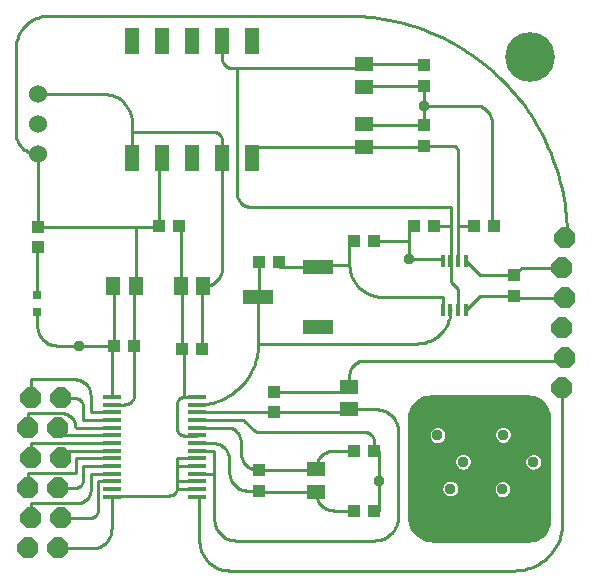
<source format=gtl>
G75*
%MOIN*%
%OFA0B0*%
%FSLAX24Y24*%
%IPPOS*%
%LPD*%
%AMOC8*
5,1,8,0,0,1.08239X$1,22.5*
%
%ADD10R,0.0591X0.0157*%
%ADD11R,0.0177X0.0394*%
%ADD12R,0.0394X0.0433*%
%ADD13R,0.0433X0.0394*%
%ADD14R,0.0591X0.0512*%
%ADD15R,0.0512X0.0591*%
%ADD16R,0.0472X0.0866*%
%ADD17OC8,0.0700*%
%ADD18C,0.0600*%
%ADD19R,0.0315X0.0315*%
%ADD20R,0.1000X0.0500*%
%ADD21C,0.0100*%
%ADD22C,0.0376*%
%ADD23C,0.0160*%
%ADD24C,0.1660*%
D10*
X004210Y003142D03*
X004210Y003398D03*
X004210Y003653D03*
X004210Y003909D03*
X004210Y004165D03*
X004210Y004421D03*
X004210Y004677D03*
X004210Y004933D03*
X004210Y005189D03*
X004210Y005445D03*
X004210Y005701D03*
X004210Y005957D03*
X004210Y006212D03*
X004210Y006468D03*
X007064Y006468D03*
X007064Y006212D03*
X007064Y005957D03*
X007064Y005701D03*
X007064Y005445D03*
X007064Y005189D03*
X007064Y004933D03*
X007064Y004677D03*
X007064Y004421D03*
X007064Y004165D03*
X007064Y003909D03*
X007064Y003653D03*
X007064Y003398D03*
X007064Y003142D03*
D11*
X015253Y009373D03*
X015509Y009373D03*
X015765Y009373D03*
X016021Y009373D03*
X016021Y010987D03*
X015765Y010987D03*
X015509Y010987D03*
X015253Y010987D03*
D12*
X012971Y011680D03*
X012302Y011680D03*
X009795Y010975D03*
X009126Y010975D03*
X006471Y012180D03*
X005802Y012180D03*
X009637Y006640D03*
X009637Y005970D03*
X009137Y004015D03*
X009137Y003345D03*
D13*
X012302Y002680D03*
X012971Y002680D03*
X012971Y004680D03*
X012302Y004680D03*
X007221Y008055D03*
X006552Y008055D03*
X004971Y008180D03*
X004302Y008180D03*
X001762Y011470D03*
X001762Y012140D03*
X014302Y012180D03*
X014971Y012180D03*
X016302Y012180D03*
X016971Y012180D03*
X017637Y010515D03*
X017637Y009845D03*
X014637Y014845D03*
X014637Y015515D03*
X014637Y016845D03*
X014637Y017515D03*
D14*
X012637Y017554D03*
X012637Y016806D03*
X012637Y015554D03*
X012637Y014806D03*
X012137Y006804D03*
X012137Y006056D03*
X011012Y004054D03*
X011012Y003306D03*
D15*
X007261Y010180D03*
X006513Y010180D03*
X005011Y010180D03*
X004263Y010180D03*
D16*
X004887Y014434D03*
X005887Y014434D03*
X006887Y014434D03*
X007887Y014434D03*
X008887Y014434D03*
X008887Y018326D03*
X007887Y018326D03*
X006887Y018326D03*
X005887Y018326D03*
X004887Y018326D03*
D17*
X001437Y001430D03*
X002437Y001430D03*
X002537Y002430D03*
X001537Y002430D03*
X001437Y003430D03*
X002437Y003430D03*
X002537Y004430D03*
X001537Y004430D03*
X001437Y005430D03*
X002437Y005430D03*
X002537Y006430D03*
X001537Y006430D03*
X019237Y006780D03*
X019337Y007780D03*
X019237Y008780D03*
X019337Y009780D03*
X019237Y010780D03*
X019337Y011780D03*
D18*
X001747Y014565D03*
X001747Y015565D03*
X001747Y016565D03*
D19*
X001737Y009875D03*
X001737Y009285D03*
D20*
X009100Y009797D03*
X011100Y008797D03*
X011100Y010797D03*
D21*
X009797Y010797D01*
X009810Y010812D01*
X009820Y010829D01*
X009827Y010847D01*
X009832Y010867D01*
X009833Y010886D01*
X009831Y010906D01*
X009826Y010925D01*
X009819Y010943D01*
X009808Y010960D01*
X009795Y010975D01*
X009126Y010975D02*
X009126Y010003D01*
X009125Y009995D01*
X009121Y009988D01*
X009115Y009982D01*
X009108Y009978D01*
X009100Y009977D01*
X009100Y009797D01*
X009100Y008248D01*
X014384Y008248D01*
X014449Y008250D01*
X014515Y008256D01*
X014579Y008265D01*
X014643Y008278D01*
X014707Y008295D01*
X014769Y008316D01*
X014830Y008340D01*
X014889Y008368D01*
X014947Y008399D01*
X015002Y008433D01*
X015056Y008471D01*
X015107Y008511D01*
X015156Y008555D01*
X015202Y008601D01*
X015246Y008650D01*
X015286Y008701D01*
X015324Y008755D01*
X015358Y008811D01*
X015389Y008868D01*
X015417Y008927D01*
X015441Y008988D01*
X015462Y009050D01*
X015479Y009114D01*
X015492Y009178D01*
X015501Y009242D01*
X015507Y009308D01*
X015509Y009373D01*
X015512Y009373D01*
X015765Y009373D02*
X015765Y010052D01*
X015512Y010305D01*
X015512Y010984D01*
X015509Y010987D01*
X015512Y010987D01*
X015512Y012180D01*
X014971Y012180D01*
X015512Y012180D02*
X015512Y012805D01*
X008837Y012805D01*
X008795Y012807D01*
X008754Y012813D01*
X008714Y012822D01*
X008674Y012835D01*
X008636Y012852D01*
X008600Y012873D01*
X008565Y012896D01*
X008533Y012923D01*
X008504Y012952D01*
X008477Y012984D01*
X008454Y013019D01*
X008433Y013055D01*
X008416Y013093D01*
X008403Y013133D01*
X008394Y013173D01*
X008388Y013214D01*
X008386Y013256D01*
X008387Y013256D02*
X008387Y017430D01*
X012637Y017430D01*
X012637Y017554D01*
X014637Y017554D01*
X014637Y017515D01*
X014637Y016845D02*
X014637Y016180D01*
X016328Y016180D01*
X016374Y016178D01*
X016420Y016172D01*
X016465Y016163D01*
X016510Y016150D01*
X016553Y016133D01*
X016594Y016113D01*
X016634Y016089D01*
X016671Y016062D01*
X016707Y016032D01*
X016739Y016000D01*
X016769Y015964D01*
X016796Y015927D01*
X016820Y015887D01*
X016840Y015846D01*
X016857Y015803D01*
X016870Y015758D01*
X016879Y015713D01*
X016885Y015667D01*
X016887Y015621D01*
X016887Y012180D01*
X016971Y012180D01*
X016302Y012180D02*
X015765Y012180D01*
X015765Y010987D01*
X016021Y010987D02*
X016493Y010515D01*
X017637Y010515D01*
X017902Y010780D01*
X019237Y010780D01*
X019337Y009780D02*
X017702Y009780D01*
X017637Y009845D01*
X016493Y009845D01*
X016021Y009373D01*
X015253Y009373D02*
X015253Y009805D01*
X013213Y009805D01*
X013150Y009807D01*
X013088Y009812D01*
X013026Y009821D01*
X012965Y009834D01*
X012904Y009850D01*
X012845Y009870D01*
X012787Y009893D01*
X012730Y009919D01*
X012675Y009949D01*
X012622Y009982D01*
X012570Y010018D01*
X012521Y010057D01*
X012475Y010098D01*
X012430Y010143D01*
X012389Y010189D01*
X012350Y010238D01*
X012314Y010290D01*
X012281Y010343D01*
X012251Y010398D01*
X012225Y010455D01*
X012202Y010513D01*
X012182Y010572D01*
X012166Y010633D01*
X012153Y010694D01*
X012144Y010756D01*
X012139Y010818D01*
X012137Y010881D01*
X011184Y010881D01*
X011168Y010879D01*
X011152Y010875D01*
X011137Y010867D01*
X011125Y010856D01*
X011114Y010844D01*
X011106Y010829D01*
X011102Y010813D01*
X011100Y010797D01*
X012137Y010881D02*
X012137Y011680D01*
X012302Y011680D01*
X019387Y011830D02*
X019385Y012008D01*
X019378Y012185D01*
X019368Y012362D01*
X019353Y012539D01*
X019333Y012716D01*
X019310Y012892D01*
X019282Y013067D01*
X019250Y013242D01*
X019214Y013416D01*
X019173Y013589D01*
X019129Y013761D01*
X019080Y013932D01*
X019027Y014101D01*
X018970Y014270D01*
X018909Y014436D01*
X018844Y014602D01*
X018775Y014765D01*
X018703Y014927D01*
X018626Y015087D01*
X018545Y015246D01*
X018461Y015402D01*
X018372Y015556D01*
X018281Y015708D01*
X018185Y015858D01*
X018086Y016005D01*
X017983Y016150D01*
X017877Y016293D01*
X017768Y016432D01*
X017655Y016570D01*
X017539Y016704D01*
X017419Y016835D01*
X017297Y016964D01*
X017171Y017090D01*
X017042Y017212D01*
X016911Y017332D01*
X016777Y017448D01*
X016639Y017561D01*
X016500Y017670D01*
X016357Y017776D01*
X016212Y017879D01*
X016065Y017978D01*
X015915Y018074D01*
X015763Y018165D01*
X015609Y018254D01*
X015453Y018338D01*
X015294Y018419D01*
X015134Y018496D01*
X014972Y018568D01*
X014809Y018637D01*
X014643Y018702D01*
X014477Y018763D01*
X014308Y018820D01*
X014139Y018873D01*
X013968Y018922D01*
X013796Y018966D01*
X013623Y019007D01*
X013449Y019043D01*
X013274Y019075D01*
X013099Y019103D01*
X012923Y019126D01*
X012746Y019146D01*
X012569Y019161D01*
X012392Y019171D01*
X012215Y019178D01*
X012037Y019180D01*
X002137Y019180D01*
X002072Y019178D01*
X002006Y019172D01*
X001942Y019163D01*
X001878Y019150D01*
X001814Y019133D01*
X001752Y019112D01*
X001691Y019088D01*
X001632Y019060D01*
X001575Y019029D01*
X001519Y018995D01*
X001465Y018957D01*
X001414Y018917D01*
X001365Y018873D01*
X001319Y018827D01*
X001275Y018778D01*
X001235Y018727D01*
X001197Y018673D01*
X001163Y018618D01*
X001132Y018560D01*
X001104Y018501D01*
X001080Y018440D01*
X001059Y018378D01*
X001042Y018314D01*
X001029Y018250D01*
X001020Y018186D01*
X001014Y018120D01*
X001012Y018055D01*
X001012Y016362D01*
X001012Y016155D01*
X001012Y015300D01*
X001014Y015248D01*
X001019Y015195D01*
X001029Y015144D01*
X001042Y015093D01*
X001058Y015043D01*
X001078Y014995D01*
X001102Y014948D01*
X001129Y014903D01*
X001159Y014860D01*
X001192Y014819D01*
X001227Y014780D01*
X001266Y014745D01*
X001307Y014712D01*
X001350Y014682D01*
X001395Y014655D01*
X001442Y014631D01*
X001490Y014611D01*
X001540Y014595D01*
X001591Y014582D01*
X001642Y014572D01*
X001695Y014567D01*
X001747Y014565D01*
X001747Y012155D01*
X001748Y012149D01*
X001751Y012144D01*
X001756Y012141D01*
X001762Y012140D01*
X005011Y012140D01*
X005011Y010180D01*
X004971Y010180D01*
X004971Y008180D01*
X004971Y006549D01*
X004969Y006514D01*
X004964Y006479D01*
X004955Y006445D01*
X004942Y006412D01*
X004926Y006381D01*
X004907Y006352D01*
X004885Y006324D01*
X004860Y006299D01*
X004832Y006277D01*
X004803Y006258D01*
X004772Y006242D01*
X004739Y006229D01*
X004705Y006220D01*
X004670Y006215D01*
X004635Y006213D01*
X004635Y006212D02*
X004210Y006212D01*
X004210Y006468D02*
X004210Y008180D01*
X004302Y008180D01*
X004302Y010180D01*
X004263Y010180D01*
X002377Y008180D02*
X002329Y008182D01*
X002282Y008187D01*
X002235Y008196D01*
X002188Y008208D01*
X002143Y008224D01*
X002099Y008243D01*
X002057Y008266D01*
X002016Y008291D01*
X001978Y008320D01*
X001942Y008351D01*
X001908Y008385D01*
X001877Y008421D01*
X001848Y008459D01*
X001823Y008500D01*
X001800Y008542D01*
X001781Y008586D01*
X001765Y008631D01*
X001753Y008678D01*
X001744Y008725D01*
X001739Y008772D01*
X001737Y008820D01*
X001737Y009285D01*
X001737Y009875D02*
X001737Y011470D01*
X001762Y011470D01*
X004887Y014434D02*
X004887Y015305D01*
X004887Y015632D01*
X004887Y015305D02*
X007607Y015305D01*
X007638Y015303D01*
X007669Y015298D01*
X007699Y015289D01*
X007728Y015277D01*
X007756Y015262D01*
X007782Y015244D01*
X007805Y015223D01*
X007826Y015200D01*
X007844Y015174D01*
X007859Y015146D01*
X007871Y015117D01*
X007880Y015087D01*
X007885Y015056D01*
X007887Y015025D01*
X007887Y014434D01*
X007887Y010739D01*
X007885Y010693D01*
X007879Y010647D01*
X007870Y010602D01*
X007857Y010557D01*
X007840Y010514D01*
X007820Y010473D01*
X007796Y010433D01*
X007769Y010396D01*
X007739Y010360D01*
X007707Y010328D01*
X007671Y010298D01*
X007634Y010271D01*
X007594Y010247D01*
X007553Y010227D01*
X007510Y010210D01*
X007465Y010197D01*
X007420Y010188D01*
X007374Y010182D01*
X007328Y010180D01*
X007261Y010180D01*
X007221Y010180D01*
X007221Y008055D01*
X007064Y006212D02*
X007153Y006214D01*
X007241Y006220D01*
X007330Y006229D01*
X007418Y006243D01*
X007505Y006260D01*
X007591Y006281D01*
X007676Y006306D01*
X007760Y006335D01*
X007843Y006367D01*
X007924Y006403D01*
X008004Y006442D01*
X008082Y006485D01*
X008158Y006531D01*
X008232Y006580D01*
X008303Y006633D01*
X008373Y006688D01*
X008440Y006747D01*
X008504Y006808D01*
X008565Y006872D01*
X008624Y006939D01*
X008679Y007009D01*
X008732Y007080D01*
X008781Y007154D01*
X008827Y007230D01*
X008870Y007308D01*
X008909Y007388D01*
X008945Y007469D01*
X008977Y007552D01*
X009006Y007636D01*
X009031Y007721D01*
X009052Y007807D01*
X009069Y007894D01*
X009083Y007982D01*
X009092Y008071D01*
X009098Y008159D01*
X009100Y008248D01*
X009637Y006640D02*
X012137Y006640D01*
X012137Y006804D01*
X012137Y007180D01*
X012139Y007224D01*
X012145Y007267D01*
X012154Y007309D01*
X012167Y007351D01*
X012184Y007391D01*
X012204Y007430D01*
X012227Y007467D01*
X012254Y007501D01*
X012283Y007534D01*
X012316Y007563D01*
X012350Y007590D01*
X012387Y007613D01*
X012426Y007633D01*
X012466Y007650D01*
X012508Y007663D01*
X012550Y007672D01*
X012593Y007678D01*
X012637Y007680D01*
X019337Y007680D01*
X019337Y007780D01*
X019237Y006780D02*
X019237Y002280D01*
X019235Y002201D01*
X019229Y002123D01*
X019220Y002045D01*
X019206Y001968D01*
X019189Y001891D01*
X019168Y001816D01*
X019143Y001741D01*
X019115Y001668D01*
X019083Y001596D01*
X019048Y001526D01*
X019009Y001457D01*
X018967Y001391D01*
X018922Y001327D01*
X018874Y001265D01*
X018823Y001206D01*
X018768Y001149D01*
X018711Y001094D01*
X018652Y001043D01*
X018590Y000995D01*
X018526Y000950D01*
X018460Y000908D01*
X018391Y000869D01*
X018321Y000834D01*
X018249Y000802D01*
X018176Y000774D01*
X018101Y000749D01*
X018026Y000728D01*
X017949Y000711D01*
X017872Y000697D01*
X017794Y000688D01*
X017716Y000682D01*
X017637Y000680D01*
X008137Y000680D01*
X008077Y000682D01*
X008016Y000687D01*
X007957Y000696D01*
X007898Y000709D01*
X007839Y000725D01*
X007782Y000745D01*
X007727Y000768D01*
X007672Y000795D01*
X007620Y000824D01*
X007569Y000857D01*
X007520Y000893D01*
X007474Y000931D01*
X007430Y000973D01*
X007388Y001017D01*
X007350Y001063D01*
X007314Y001112D01*
X007281Y001163D01*
X007252Y001215D01*
X007225Y001270D01*
X007202Y001325D01*
X007182Y001382D01*
X007166Y001441D01*
X007153Y001500D01*
X007144Y001559D01*
X007139Y001620D01*
X007137Y001680D01*
X007137Y003069D01*
X007137Y003142D02*
X007064Y003142D01*
X007080Y003140D01*
X007096Y003135D01*
X007110Y003126D01*
X007121Y003115D01*
X007130Y003101D01*
X007135Y003085D01*
X007137Y003069D01*
X007064Y003398D02*
X006387Y003398D01*
X006387Y003653D01*
X006387Y004180D01*
X007064Y004180D01*
X007064Y004165D01*
X007064Y003909D02*
X007637Y003909D01*
X007637Y004674D01*
X007637Y004676D01*
X007636Y004677D01*
X007634Y004677D01*
X007064Y004677D01*
X007064Y004430D02*
X007064Y004421D01*
X006387Y004421D01*
X006387Y003430D01*
X006387Y003653D02*
X007064Y003653D01*
X007637Y003909D02*
X007637Y002387D01*
X007639Y002337D01*
X007644Y002286D01*
X007653Y002237D01*
X007666Y002188D01*
X007682Y002140D01*
X007701Y002093D01*
X007723Y002048D01*
X007749Y002005D01*
X007778Y001963D01*
X007810Y001924D01*
X007844Y001887D01*
X007881Y001853D01*
X007920Y001821D01*
X007962Y001792D01*
X008005Y001766D01*
X008050Y001744D01*
X008097Y001725D01*
X008145Y001709D01*
X008194Y001696D01*
X008243Y001687D01*
X008294Y001682D01*
X008344Y001680D01*
X012961Y001680D01*
X013016Y001682D01*
X013070Y001687D01*
X013124Y001697D01*
X013177Y001710D01*
X013229Y001726D01*
X013280Y001746D01*
X013329Y001770D01*
X013377Y001796D01*
X013422Y001826D01*
X013466Y001859D01*
X013507Y001895D01*
X013546Y001934D01*
X013582Y001975D01*
X013615Y002019D01*
X013645Y002064D01*
X013671Y002112D01*
X013695Y002161D01*
X013715Y002212D01*
X013731Y002264D01*
X013744Y002317D01*
X013754Y002371D01*
X013759Y002425D01*
X013761Y002480D01*
X013762Y002480D02*
X013762Y005326D01*
X013137Y004680D02*
X013137Y003680D01*
X013137Y002680D01*
X012302Y002680D02*
X011638Y002680D01*
X011589Y002682D01*
X011540Y002688D01*
X011492Y002697D01*
X011445Y002711D01*
X011398Y002728D01*
X011354Y002748D01*
X011311Y002772D01*
X011270Y002800D01*
X011231Y002830D01*
X011195Y002863D01*
X011162Y002899D01*
X011132Y002938D01*
X011104Y002979D01*
X011080Y003022D01*
X011060Y003066D01*
X011043Y003113D01*
X011029Y003160D01*
X011020Y003208D01*
X011014Y003257D01*
X011012Y003306D01*
X009137Y003306D01*
X009137Y003345D01*
X008738Y003345D01*
X008691Y003347D01*
X008644Y003352D01*
X008597Y003362D01*
X008552Y003374D01*
X008508Y003391D01*
X008465Y003411D01*
X008423Y003434D01*
X008384Y003460D01*
X008347Y003489D01*
X008312Y003521D01*
X008280Y003556D01*
X008251Y003593D01*
X008225Y003632D01*
X008202Y003674D01*
X008182Y003717D01*
X008165Y003761D01*
X008153Y003806D01*
X008143Y003853D01*
X008138Y003900D01*
X008136Y003947D01*
X008137Y003947D02*
X008137Y004371D01*
X008512Y004640D02*
X008512Y004986D01*
X008510Y005026D01*
X008505Y005066D01*
X008496Y005105D01*
X008484Y005143D01*
X008469Y005180D01*
X008451Y005216D01*
X008429Y005249D01*
X008405Y005281D01*
X008378Y005311D01*
X008348Y005338D01*
X008316Y005362D01*
X008283Y005384D01*
X008247Y005402D01*
X008210Y005417D01*
X008172Y005429D01*
X008133Y005438D01*
X008093Y005443D01*
X008053Y005445D01*
X007064Y005445D01*
X007064Y005701D02*
X008615Y005701D01*
X008615Y005700D02*
X008623Y005698D01*
X008630Y005694D01*
X008634Y005687D01*
X008636Y005680D01*
X008637Y005680D02*
X008977Y005339D01*
X008987Y005332D01*
X008999Y005327D01*
X009012Y005325D01*
X009014Y005317D01*
X009018Y005311D01*
X009024Y005307D01*
X009032Y005305D01*
X012614Y005305D01*
X012651Y005303D01*
X012688Y005297D01*
X012724Y005288D01*
X012759Y005274D01*
X012793Y005257D01*
X012824Y005237D01*
X012853Y005213D01*
X012879Y005187D01*
X012903Y005158D01*
X012923Y005127D01*
X012940Y005093D01*
X012954Y005058D01*
X012963Y005022D01*
X012969Y004985D01*
X012971Y004948D01*
X012971Y004680D01*
X013137Y004680D01*
X013762Y005326D02*
X013760Y005378D01*
X013755Y005430D01*
X013745Y005481D01*
X013732Y005531D01*
X013716Y005581D01*
X013696Y005629D01*
X013673Y005675D01*
X013646Y005720D01*
X013617Y005763D01*
X013584Y005803D01*
X013548Y005841D01*
X013510Y005877D01*
X013470Y005910D01*
X013427Y005939D01*
X013382Y005966D01*
X013336Y005989D01*
X013288Y006009D01*
X013238Y006025D01*
X013188Y006038D01*
X013137Y006048D01*
X013085Y006053D01*
X013033Y006055D01*
X012137Y006055D01*
X012137Y006056D01*
X012137Y005970D01*
X009637Y005970D01*
X009637Y005957D01*
X007064Y005957D01*
X006637Y006468D02*
X006607Y006466D01*
X006577Y006461D01*
X006548Y006452D01*
X006521Y006439D01*
X006495Y006424D01*
X006471Y006405D01*
X006450Y006384D01*
X006431Y006360D01*
X006416Y006334D01*
X006403Y006307D01*
X006394Y006278D01*
X006389Y006248D01*
X006387Y006218D01*
X006387Y005430D01*
X006389Y005400D01*
X006394Y005370D01*
X006403Y005341D01*
X006416Y005314D01*
X006431Y005288D01*
X006450Y005264D01*
X006471Y005243D01*
X006495Y005224D01*
X006521Y005209D01*
X006548Y005196D01*
X006577Y005187D01*
X006607Y005182D01*
X006637Y005180D01*
X007064Y005180D01*
X007064Y005189D01*
X007064Y004933D02*
X007064Y004930D01*
X007578Y004930D01*
X007624Y004928D01*
X007670Y004922D01*
X007715Y004913D01*
X007760Y004900D01*
X007803Y004883D01*
X007844Y004863D01*
X007884Y004839D01*
X007921Y004812D01*
X007957Y004782D01*
X007989Y004750D01*
X008019Y004714D01*
X008046Y004677D01*
X008070Y004637D01*
X008090Y004596D01*
X008107Y004553D01*
X008120Y004508D01*
X008129Y004463D01*
X008135Y004417D01*
X008137Y004371D01*
X008512Y004640D02*
X008514Y004591D01*
X008520Y004542D01*
X008529Y004494D01*
X008543Y004447D01*
X008560Y004401D01*
X008580Y004356D01*
X008604Y004313D01*
X008631Y004273D01*
X008662Y004234D01*
X008695Y004198D01*
X008731Y004165D01*
X008770Y004134D01*
X008810Y004107D01*
X008853Y004083D01*
X008898Y004063D01*
X008944Y004046D01*
X008991Y004032D01*
X009039Y004023D01*
X009088Y004017D01*
X009137Y004015D01*
X011137Y004015D01*
X011012Y004054D01*
X011014Y004103D01*
X011020Y004152D01*
X011029Y004200D01*
X011043Y004247D01*
X011060Y004294D01*
X011080Y004338D01*
X011104Y004381D01*
X011132Y004422D01*
X011162Y004461D01*
X011195Y004497D01*
X011231Y004530D01*
X011270Y004560D01*
X011311Y004588D01*
X011354Y004612D01*
X011398Y004632D01*
X011445Y004649D01*
X011492Y004663D01*
X011540Y004672D01*
X011589Y004678D01*
X011638Y004680D01*
X012302Y004680D01*
X007064Y004430D02*
X006387Y004430D01*
X006387Y004180D01*
X006387Y003430D02*
X006385Y003400D01*
X006380Y003370D01*
X006371Y003341D01*
X006358Y003314D01*
X006343Y003288D01*
X006324Y003264D01*
X006303Y003243D01*
X006279Y003224D01*
X006253Y003209D01*
X006226Y003196D01*
X006197Y003187D01*
X006167Y003182D01*
X006137Y003180D01*
X004210Y003180D01*
X004210Y003142D01*
X004210Y002055D01*
X004209Y002055D02*
X004207Y002006D01*
X004201Y001957D01*
X004192Y001909D01*
X004178Y001862D01*
X004161Y001816D01*
X004141Y001771D01*
X004117Y001728D01*
X004090Y001688D01*
X004059Y001649D01*
X004026Y001613D01*
X003990Y001580D01*
X003951Y001549D01*
X003911Y001522D01*
X003868Y001498D01*
X003823Y001478D01*
X003777Y001461D01*
X003730Y001447D01*
X003682Y001438D01*
X003633Y001432D01*
X003584Y001430D01*
X002437Y001430D01*
X002537Y002430D02*
X003482Y002430D01*
X003513Y002432D01*
X003544Y002437D01*
X003574Y002446D01*
X003603Y002458D01*
X003631Y002473D01*
X003657Y002491D01*
X003680Y002512D01*
X003701Y002535D01*
X003719Y002561D01*
X003734Y002589D01*
X003746Y002618D01*
X003755Y002648D01*
X003760Y002679D01*
X003762Y002710D01*
X003762Y003653D01*
X004210Y003653D01*
X004210Y003909D02*
X003512Y003909D01*
X003512Y003381D01*
X003262Y003710D02*
X003262Y004165D01*
X004210Y004165D01*
X004210Y004421D02*
X003012Y004421D01*
X003012Y003930D01*
X001437Y003930D01*
X001437Y003430D01*
X001537Y002930D02*
X001537Y002430D01*
X001537Y002930D02*
X003061Y002930D01*
X003103Y002932D01*
X003144Y002938D01*
X003184Y002947D01*
X003224Y002960D01*
X003262Y002977D01*
X003298Y002998D01*
X003333Y003021D01*
X003365Y003048D01*
X003394Y003077D01*
X003421Y003109D01*
X003444Y003144D01*
X003465Y003180D01*
X003482Y003218D01*
X003495Y003258D01*
X003504Y003298D01*
X003510Y003339D01*
X003512Y003381D01*
X002982Y003430D02*
X002437Y003430D01*
X002982Y003430D02*
X003013Y003432D01*
X003044Y003437D01*
X003074Y003446D01*
X003103Y003458D01*
X003131Y003473D01*
X003157Y003491D01*
X003180Y003512D01*
X003201Y003535D01*
X003219Y003561D01*
X003234Y003589D01*
X003246Y003618D01*
X003255Y003648D01*
X003260Y003679D01*
X003262Y003710D01*
X002537Y004430D02*
X002537Y004677D01*
X004210Y004677D01*
X004210Y004933D02*
X001537Y004933D01*
X001537Y004430D01*
X002437Y005189D02*
X002437Y005430D01*
X002526Y005930D02*
X002568Y005928D01*
X002610Y005923D01*
X002652Y005913D01*
X002692Y005901D01*
X002731Y005885D01*
X002769Y005865D01*
X002804Y005842D01*
X002838Y005817D01*
X002869Y005788D01*
X002898Y005757D01*
X002923Y005723D01*
X002946Y005688D01*
X002966Y005650D01*
X002982Y005611D01*
X002994Y005571D01*
X003004Y005529D01*
X003009Y005487D01*
X003011Y005445D01*
X003012Y005445D02*
X004210Y005445D01*
X004210Y005701D02*
X003262Y005701D01*
X003262Y006150D01*
X003260Y006181D01*
X003255Y006212D01*
X003246Y006242D01*
X003234Y006271D01*
X003219Y006299D01*
X003201Y006325D01*
X003180Y006348D01*
X003157Y006369D01*
X003131Y006387D01*
X003103Y006402D01*
X003074Y006414D01*
X003044Y006423D01*
X003013Y006428D01*
X002982Y006430D01*
X002537Y006430D01*
X002981Y007055D02*
X003025Y007053D01*
X003068Y007048D01*
X003111Y007039D01*
X003153Y007026D01*
X003194Y007010D01*
X003233Y006991D01*
X003271Y006969D01*
X003307Y006943D01*
X003340Y006915D01*
X003371Y006884D01*
X003399Y006851D01*
X003425Y006815D01*
X003447Y006777D01*
X003466Y006738D01*
X003482Y006697D01*
X003495Y006655D01*
X003504Y006612D01*
X003509Y006569D01*
X003511Y006525D01*
X003512Y006525D02*
X003512Y005957D01*
X004210Y005957D01*
X004210Y006468D02*
X004263Y006468D01*
X004210Y005189D02*
X002437Y005189D01*
X002526Y005930D02*
X001437Y005930D01*
X001437Y005430D01*
X001537Y006430D02*
X001537Y007055D01*
X002981Y007055D01*
X003137Y008180D02*
X002377Y008180D01*
X003137Y008180D02*
X004302Y008180D01*
X006552Y008055D02*
X006637Y008055D01*
X006637Y006468D01*
X007064Y006468D01*
X006552Y008055D02*
X006552Y010180D01*
X006513Y010180D01*
X006513Y012180D01*
X006471Y012180D01*
X005802Y012180D02*
X005802Y014434D01*
X005887Y014434D01*
X004887Y015632D02*
X004885Y015691D01*
X004880Y015749D01*
X004870Y015807D01*
X004858Y015864D01*
X004841Y015920D01*
X004821Y015975D01*
X004798Y016029D01*
X004772Y016081D01*
X004742Y016132D01*
X004709Y016180D01*
X004673Y016227D01*
X004634Y016271D01*
X004593Y016312D01*
X004549Y016351D01*
X004502Y016387D01*
X004454Y016420D01*
X004403Y016450D01*
X004351Y016476D01*
X004297Y016499D01*
X004242Y016519D01*
X004186Y016536D01*
X004129Y016548D01*
X004071Y016558D01*
X004013Y016563D01*
X003954Y016565D01*
X001747Y016565D01*
X005011Y012140D02*
X005802Y012140D01*
X005802Y012180D01*
X008887Y014434D02*
X008887Y014806D01*
X012637Y014806D01*
X014637Y014806D01*
X014637Y014845D01*
X015556Y014845D01*
X015583Y014843D01*
X015610Y014838D01*
X015636Y014829D01*
X015661Y014817D01*
X015683Y014802D01*
X015704Y014784D01*
X015722Y014763D01*
X015737Y014741D01*
X015749Y014716D01*
X015758Y014690D01*
X015763Y014663D01*
X015765Y014636D01*
X015765Y012180D01*
X015253Y011055D02*
X015253Y010987D01*
X015253Y011055D02*
X014137Y011055D01*
X014137Y011680D01*
X012971Y011680D01*
X014137Y011680D02*
X014137Y012180D01*
X014302Y012180D01*
X014637Y015515D02*
X012637Y015515D01*
X012637Y016806D02*
X012637Y016845D01*
X014637Y016845D01*
X014637Y016180D02*
X014637Y015515D01*
X019337Y011780D02*
X019350Y011782D01*
X019362Y011787D01*
X019372Y011795D01*
X019380Y011805D01*
X019385Y011817D01*
X019387Y011830D01*
X008387Y017430D02*
X008240Y017430D01*
X008203Y017432D01*
X008166Y017438D01*
X008131Y017447D01*
X008096Y017461D01*
X008063Y017477D01*
X008032Y017498D01*
X008003Y017521D01*
X007977Y017547D01*
X007954Y017576D01*
X007933Y017607D01*
X007917Y017640D01*
X007903Y017675D01*
X007894Y017710D01*
X007888Y017747D01*
X007886Y017784D01*
X007887Y017784D02*
X007887Y018326D01*
D22*
X014637Y016180D03*
X014137Y011055D03*
X015072Y005192D03*
X015927Y004301D03*
X015504Y003410D03*
X017241Y003392D03*
X018267Y004301D03*
X017259Y005201D03*
X013137Y003680D03*
X003137Y008180D03*
D23*
X014163Y005862D02*
X014155Y005753D01*
X014155Y002493D01*
X014164Y002370D01*
X014193Y002251D01*
X014240Y002137D01*
X014304Y002033D01*
X014384Y001939D01*
X014477Y001860D01*
X014582Y001795D01*
X014696Y001748D01*
X014815Y001720D01*
X014937Y001710D01*
X018111Y001710D01*
X018215Y001718D01*
X018315Y001742D01*
X018411Y001782D01*
X018500Y001836D01*
X018578Y001903D01*
X018646Y001982D01*
X018700Y002070D01*
X018739Y002166D01*
X018764Y002267D01*
X018772Y002370D01*
X018772Y005757D01*
X018763Y005866D01*
X018738Y005972D01*
X018696Y006073D01*
X018639Y006166D01*
X018568Y006249D01*
X018485Y006320D01*
X018392Y006377D01*
X018291Y006419D01*
X018185Y006444D01*
X018076Y006453D01*
X014855Y006453D01*
X014745Y006444D01*
X014638Y006419D01*
X014537Y006377D01*
X014443Y006319D01*
X014360Y006248D01*
X014288Y006164D01*
X014231Y006071D01*
X014189Y005969D01*
X014163Y005862D01*
X014169Y005886D02*
X018758Y005886D01*
X018772Y005728D02*
X014155Y005728D01*
X014155Y005569D02*
X018772Y005569D01*
X018772Y005411D02*
X017513Y005411D01*
X017537Y005387D02*
X017445Y005479D01*
X017324Y005529D01*
X017193Y005529D01*
X017073Y005479D01*
X016981Y005387D01*
X016931Y005266D01*
X016931Y005136D01*
X016981Y005015D01*
X017073Y004923D01*
X017193Y004873D01*
X017324Y004873D01*
X017445Y004923D01*
X017537Y005015D01*
X017587Y005136D01*
X017587Y005266D01*
X017537Y005387D01*
X017587Y005252D02*
X018772Y005252D01*
X018772Y005094D02*
X017569Y005094D01*
X017457Y004935D02*
X018772Y004935D01*
X018772Y004777D02*
X014155Y004777D01*
X014155Y004935D02*
X014865Y004935D01*
X014886Y004914D02*
X015006Y004864D01*
X015137Y004864D01*
X015258Y004914D01*
X015350Y005006D01*
X015400Y005127D01*
X015400Y005257D01*
X015350Y005378D01*
X015258Y005470D01*
X015137Y005520D01*
X015006Y005520D01*
X014886Y005470D01*
X014794Y005378D01*
X014744Y005257D01*
X014744Y005127D01*
X014794Y005006D01*
X014886Y004914D01*
X014757Y005094D02*
X014155Y005094D01*
X014155Y005252D02*
X014744Y005252D01*
X014826Y005411D02*
X014155Y005411D01*
X014220Y006045D02*
X018708Y006045D01*
X018607Y006203D02*
X014321Y006203D01*
X014512Y006362D02*
X018417Y006362D01*
X017004Y005411D02*
X015317Y005411D01*
X015400Y005252D02*
X016931Y005252D01*
X016948Y005094D02*
X015386Y005094D01*
X015279Y004935D02*
X017061Y004935D01*
X016205Y004487D02*
X016255Y004366D01*
X016255Y004236D01*
X016205Y004115D01*
X016113Y004023D01*
X015992Y003973D01*
X015861Y003973D01*
X015741Y004023D01*
X015649Y004115D01*
X015599Y004236D01*
X015599Y004366D01*
X015649Y004487D01*
X015741Y004579D01*
X015861Y004629D01*
X015992Y004629D01*
X016113Y004579D01*
X016205Y004487D01*
X016216Y004460D02*
X017977Y004460D01*
X017989Y004487D02*
X017939Y004366D01*
X017939Y004236D01*
X017989Y004115D01*
X018081Y004023D01*
X018201Y003973D01*
X018332Y003973D01*
X018453Y004023D01*
X018545Y004115D01*
X018595Y004236D01*
X018595Y004366D01*
X018545Y004487D01*
X018453Y004579D01*
X018332Y004629D01*
X018201Y004629D01*
X018081Y004579D01*
X017989Y004487D01*
X017939Y004301D02*
X016255Y004301D01*
X016216Y004143D02*
X017977Y004143D01*
X018175Y003984D02*
X016019Y003984D01*
X015835Y003984D02*
X014155Y003984D01*
X014155Y003826D02*
X018772Y003826D01*
X018772Y003984D02*
X018359Y003984D01*
X018556Y004143D02*
X018772Y004143D01*
X018772Y004301D02*
X018595Y004301D01*
X018556Y004460D02*
X018772Y004460D01*
X018772Y004618D02*
X018359Y004618D01*
X018175Y004618D02*
X016019Y004618D01*
X015835Y004618D02*
X014155Y004618D01*
X014155Y004460D02*
X015637Y004460D01*
X015599Y004301D02*
X014155Y004301D01*
X014155Y004143D02*
X015637Y004143D01*
X015569Y003738D02*
X015438Y003738D01*
X015318Y003688D01*
X015226Y003596D01*
X015176Y003475D01*
X015176Y003345D01*
X015226Y003224D01*
X015318Y003132D01*
X015438Y003082D01*
X015569Y003082D01*
X015690Y003132D01*
X015782Y003224D01*
X015832Y003345D01*
X015832Y003475D01*
X015782Y003596D01*
X015690Y003688D01*
X015569Y003738D01*
X015711Y003667D02*
X017052Y003667D01*
X017055Y003670D02*
X016963Y003578D01*
X016913Y003457D01*
X016913Y003327D01*
X016963Y003206D01*
X017055Y003114D01*
X017175Y003064D01*
X017306Y003064D01*
X017427Y003114D01*
X017519Y003206D01*
X017569Y003327D01*
X017569Y003457D01*
X017519Y003578D01*
X017427Y003670D01*
X017306Y003720D01*
X017175Y003720D01*
X017055Y003670D01*
X016934Y003509D02*
X015818Y003509D01*
X015832Y003350D02*
X016913Y003350D01*
X016977Y003192D02*
X015749Y003192D01*
X015258Y003192D02*
X014155Y003192D01*
X014155Y003350D02*
X015176Y003350D01*
X015189Y003509D02*
X014155Y003509D01*
X014155Y003667D02*
X015297Y003667D01*
X014155Y003033D02*
X018772Y003033D01*
X018772Y002875D02*
X014155Y002875D01*
X014155Y002716D02*
X018772Y002716D01*
X018772Y002558D02*
X014155Y002558D01*
X014162Y002399D02*
X018772Y002399D01*
X018757Y002241D02*
X014197Y002241D01*
X014274Y002082D02*
X018704Y002082D01*
X018595Y001924D02*
X014402Y001924D01*
X014655Y001765D02*
X018370Y001765D01*
X018772Y003192D02*
X017504Y003192D01*
X017569Y003350D02*
X018772Y003350D01*
X018772Y003509D02*
X017548Y003509D01*
X017430Y003667D02*
X018772Y003667D01*
D24*
X018151Y017784D03*
M02*

</source>
